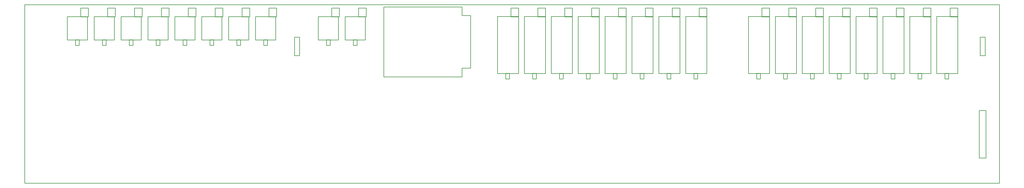
<source format=gko>
G04 Layer: BoardOutlineLayer*
G04 EasyEDA v6.5.34, 2023-08-10 19:24:47*
G04 a810411b0ee44f5284a9ba5631e6e320,5a6b42c53f6a479593ecc07194224c93,10*
G04 Gerber Generator version 0.2*
G04 Scale: 100 percent, Rotated: No, Reflected: No *
G04 Dimensions in millimeters *
G04 leading zeros omitted , absolute positions ,4 integer and 5 decimal *
%FSLAX45Y45*%
%MOMM*%

%ADD10C,0.2540*%
D10*
X2032000Y8102600D02*
G01*
X46228000Y8102600D01*
X46228000Y0D01*
X2032000Y0D01*
X2032000Y8102600D01*
X45313600Y3302000D02*
G01*
X45313600Y1143000D01*
X45313600Y1143000D02*
G01*
X45618400Y1143000D01*
X45618400Y1143000D02*
G01*
X45618400Y3302000D01*
X45618400Y3302000D02*
G01*
X45313600Y3302000D01*
X4572000Y7953375D02*
G01*
X4572000Y7559675D01*
X4572000Y7559675D02*
G01*
X4914900Y7559675D01*
X4914900Y7559675D02*
G01*
X4914900Y7953375D01*
X4914900Y7953375D02*
G01*
X4572000Y7953375D01*
X4330700Y6518275D02*
G01*
X4330700Y6264275D01*
X4330700Y6264275D02*
G01*
X4502150Y6264275D01*
X4502150Y6264275D02*
G01*
X4502150Y6518275D01*
X4502150Y6518275D02*
G01*
X4330700Y6518275D01*
X3962400Y7566025D02*
G01*
X3962400Y6505575D01*
X3962400Y6505575D02*
G01*
X4876800Y6505575D01*
X4876800Y6505575D02*
G01*
X4876800Y7566025D01*
X4876800Y7566025D02*
G01*
X3962400Y7566025D01*
X5181600Y7566025D02*
G01*
X5181600Y6505575D01*
X5181600Y6505575D02*
G01*
X6096000Y6505575D01*
X6096000Y6505575D02*
G01*
X6096000Y7566025D01*
X6096000Y7566025D02*
G01*
X5181600Y7566025D01*
X5549900Y6518275D02*
G01*
X5549900Y6264275D01*
X5549900Y6264275D02*
G01*
X5721350Y6264275D01*
X5721350Y6264275D02*
G01*
X5721350Y6518275D01*
X5721350Y6518275D02*
G01*
X5549900Y6518275D01*
X5791200Y7953375D02*
G01*
X5791200Y7559675D01*
X5791200Y7559675D02*
G01*
X6134100Y7559675D01*
X6134100Y7559675D02*
G01*
X6134100Y7953375D01*
X6134100Y7953375D02*
G01*
X5791200Y7953375D01*
X6400800Y7566025D02*
G01*
X6400800Y6505575D01*
X6400800Y6505575D02*
G01*
X7315200Y6505575D01*
X7315200Y6505575D02*
G01*
X7315200Y7566025D01*
X7315200Y7566025D02*
G01*
X6400800Y7566025D01*
X6769100Y6518275D02*
G01*
X6769100Y6264275D01*
X6769100Y6264275D02*
G01*
X6940550Y6264275D01*
X6940550Y6264275D02*
G01*
X6940550Y6518275D01*
X6940550Y6518275D02*
G01*
X6769100Y6518275D01*
X7010400Y7953375D02*
G01*
X7010400Y7559675D01*
X7010400Y7559675D02*
G01*
X7353300Y7559675D01*
X7353300Y7559675D02*
G01*
X7353300Y7953375D01*
X7353300Y7953375D02*
G01*
X7010400Y7953375D01*
X7620000Y7566025D02*
G01*
X7620000Y6505575D01*
X7620000Y6505575D02*
G01*
X8534400Y6505575D01*
X8534400Y6505575D02*
G01*
X8534400Y7566025D01*
X8534400Y7566025D02*
G01*
X7620000Y7566025D01*
X7988300Y6518275D02*
G01*
X7988300Y6264275D01*
X7988300Y6264275D02*
G01*
X8159750Y6264275D01*
X8159750Y6264275D02*
G01*
X8159750Y6518275D01*
X8159750Y6518275D02*
G01*
X7988300Y6518275D01*
X8229600Y7953375D02*
G01*
X8229600Y7559675D01*
X8229600Y7559675D02*
G01*
X8572500Y7559675D01*
X8572500Y7559675D02*
G01*
X8572500Y7953375D01*
X8572500Y7953375D02*
G01*
X8229600Y7953375D01*
X8839200Y7566025D02*
G01*
X8839200Y6505575D01*
X8839200Y6505575D02*
G01*
X9753600Y6505575D01*
X9753600Y6505575D02*
G01*
X9753600Y7566025D01*
X9753600Y7566025D02*
G01*
X8839200Y7566025D01*
X9207500Y6518275D02*
G01*
X9207500Y6264275D01*
X9207500Y6264275D02*
G01*
X9378950Y6264275D01*
X9378950Y6264275D02*
G01*
X9378950Y6518275D01*
X9378950Y6518275D02*
G01*
X9207500Y6518275D01*
X9448800Y7953375D02*
G01*
X9448800Y7559675D01*
X9448800Y7559675D02*
G01*
X9791700Y7559675D01*
X9791700Y7559675D02*
G01*
X9791700Y7953375D01*
X9791700Y7953375D02*
G01*
X9448800Y7953375D01*
X10058400Y7566025D02*
G01*
X10058400Y6505575D01*
X10058400Y6505575D02*
G01*
X10972800Y6505575D01*
X10972800Y6505575D02*
G01*
X10972800Y7566025D01*
X10972800Y7566025D02*
G01*
X10058400Y7566025D01*
X10426700Y6518275D02*
G01*
X10426700Y6264275D01*
X10426700Y6264275D02*
G01*
X10598150Y6264275D01*
X10598150Y6264275D02*
G01*
X10598150Y6518275D01*
X10598150Y6518275D02*
G01*
X10426700Y6518275D01*
X10668000Y7953375D02*
G01*
X10668000Y7559675D01*
X10668000Y7559675D02*
G01*
X11010900Y7559675D01*
X11010900Y7559675D02*
G01*
X11010900Y7953375D01*
X11010900Y7953375D02*
G01*
X10668000Y7953375D01*
X11277600Y7566025D02*
G01*
X11277600Y6505575D01*
X11277600Y6505575D02*
G01*
X12192000Y6505575D01*
X12192000Y6505575D02*
G01*
X12192000Y7566025D01*
X12192000Y7566025D02*
G01*
X11277600Y7566025D01*
X11645900Y6518275D02*
G01*
X11645900Y6264275D01*
X11645900Y6264275D02*
G01*
X11817350Y6264275D01*
X11817350Y6264275D02*
G01*
X11817350Y6518275D01*
X11817350Y6518275D02*
G01*
X11645900Y6518275D01*
X11887200Y7953375D02*
G01*
X11887200Y7559675D01*
X11887200Y7559675D02*
G01*
X12230100Y7559675D01*
X12230100Y7559675D02*
G01*
X12230100Y7953375D01*
X12230100Y7953375D02*
G01*
X11887200Y7953375D01*
X12496800Y7566025D02*
G01*
X12496800Y6505575D01*
X12496800Y6505575D02*
G01*
X13411200Y6505575D01*
X13411200Y6505575D02*
G01*
X13411200Y7566025D01*
X13411200Y7566025D02*
G01*
X12496800Y7566025D01*
X12865100Y6518275D02*
G01*
X12865100Y6264275D01*
X12865100Y6264275D02*
G01*
X13036550Y6264275D01*
X13036550Y6264275D02*
G01*
X13036550Y6518275D01*
X13036550Y6518275D02*
G01*
X12865100Y6518275D01*
X13106400Y7953375D02*
G01*
X13106400Y7559675D01*
X13106400Y7559675D02*
G01*
X13449300Y7559675D01*
X13449300Y7559675D02*
G01*
X13449300Y7953375D01*
X13449300Y7953375D02*
G01*
X13106400Y7953375D01*
X15341600Y7566025D02*
G01*
X15341600Y6505575D01*
X15341600Y6505575D02*
G01*
X16256000Y6505575D01*
X16256000Y6505575D02*
G01*
X16256000Y7566025D01*
X16256000Y7566025D02*
G01*
X15341600Y7566025D01*
X15709900Y6518275D02*
G01*
X15709900Y6264275D01*
X15709900Y6264275D02*
G01*
X15881350Y6264275D01*
X15881350Y6264275D02*
G01*
X15881350Y6518275D01*
X15881350Y6518275D02*
G01*
X15709900Y6518275D01*
X15951200Y7953375D02*
G01*
X15951200Y7559675D01*
X15951200Y7559675D02*
G01*
X16294100Y7559675D01*
X16294100Y7559675D02*
G01*
X16294100Y7953375D01*
X16294100Y7953375D02*
G01*
X15951200Y7953375D01*
X16560800Y7566025D02*
G01*
X16560800Y6505575D01*
X16560800Y6505575D02*
G01*
X17475200Y6505575D01*
X17475200Y6505575D02*
G01*
X17475200Y7566025D01*
X17475200Y7566025D02*
G01*
X16560800Y7566025D01*
X16929100Y6518275D02*
G01*
X16929100Y6264275D01*
X16929100Y6264275D02*
G01*
X17100550Y6264275D01*
X17100550Y6264275D02*
G01*
X17100550Y6518275D01*
X17100550Y6518275D02*
G01*
X16929100Y6518275D01*
X17170400Y7953375D02*
G01*
X17170400Y7559675D01*
X17170400Y7559675D02*
G01*
X17513300Y7559675D01*
X17513300Y7559675D02*
G01*
X17513300Y7953375D01*
X17513300Y7953375D02*
G01*
X17170400Y7953375D01*
X23469600Y7569200D02*
G01*
X23469600Y4978400D01*
X23469600Y4978400D02*
G01*
X24422100Y4978400D01*
X24422100Y4978400D02*
G01*
X24422100Y7569200D01*
X24422100Y7569200D02*
G01*
X23469600Y7569200D01*
X23837900Y4994275D02*
G01*
X23837900Y4740275D01*
X23837900Y4740275D02*
G01*
X24009350Y4740275D01*
X24009350Y4740275D02*
G01*
X24009350Y4994275D01*
X24009350Y4994275D02*
G01*
X23837900Y4994275D01*
X24079200Y7953375D02*
G01*
X24079200Y7559675D01*
X24079200Y7559675D02*
G01*
X24422100Y7559675D01*
X24422100Y7559675D02*
G01*
X24422100Y7953375D01*
X24422100Y7953375D02*
G01*
X24079200Y7953375D01*
X25298400Y7953375D02*
G01*
X25298400Y7559675D01*
X25298400Y7559675D02*
G01*
X25641300Y7559675D01*
X25641300Y7559675D02*
G01*
X25641300Y7953375D01*
X25641300Y7953375D02*
G01*
X25298400Y7953375D01*
X25057100Y4994275D02*
G01*
X25057100Y4740275D01*
X25057100Y4740275D02*
G01*
X25228550Y4740275D01*
X25228550Y4740275D02*
G01*
X25228550Y4994275D01*
X25228550Y4994275D02*
G01*
X25057100Y4994275D01*
X24688800Y7569200D02*
G01*
X24688800Y4978400D01*
X24688800Y4978400D02*
G01*
X25641300Y4978400D01*
X25641300Y4978400D02*
G01*
X25641300Y7569200D01*
X25641300Y7569200D02*
G01*
X24688800Y7569200D01*
X26517600Y7953375D02*
G01*
X26517600Y7559675D01*
X26517600Y7559675D02*
G01*
X26860500Y7559675D01*
X26860500Y7559675D02*
G01*
X26860500Y7953375D01*
X26860500Y7953375D02*
G01*
X26517600Y7953375D01*
X26276300Y4994275D02*
G01*
X26276300Y4740275D01*
X26276300Y4740275D02*
G01*
X26447750Y4740275D01*
X26447750Y4740275D02*
G01*
X26447750Y4994275D01*
X26447750Y4994275D02*
G01*
X26276300Y4994275D01*
X25908000Y7569200D02*
G01*
X25908000Y4978400D01*
X25908000Y4978400D02*
G01*
X26860500Y4978400D01*
X26860500Y4978400D02*
G01*
X26860500Y7569200D01*
X26860500Y7569200D02*
G01*
X25908000Y7569200D01*
X27736800Y7953375D02*
G01*
X27736800Y7559675D01*
X27736800Y7559675D02*
G01*
X28079700Y7559675D01*
X28079700Y7559675D02*
G01*
X28079700Y7953375D01*
X28079700Y7953375D02*
G01*
X27736800Y7953375D01*
X27495500Y4994275D02*
G01*
X27495500Y4740275D01*
X27495500Y4740275D02*
G01*
X27666950Y4740275D01*
X27666950Y4740275D02*
G01*
X27666950Y4994275D01*
X27666950Y4994275D02*
G01*
X27495500Y4994275D01*
X27127200Y7569200D02*
G01*
X27127200Y4978400D01*
X27127200Y4978400D02*
G01*
X28079700Y4978400D01*
X28079700Y4978400D02*
G01*
X28079700Y7569200D01*
X28079700Y7569200D02*
G01*
X27127200Y7569200D01*
X28956000Y7953375D02*
G01*
X28956000Y7559675D01*
X28956000Y7559675D02*
G01*
X29298900Y7559675D01*
X29298900Y7559675D02*
G01*
X29298900Y7953375D01*
X29298900Y7953375D02*
G01*
X28956000Y7953375D01*
X28714700Y4994275D02*
G01*
X28714700Y4740275D01*
X28714700Y4740275D02*
G01*
X28886150Y4740275D01*
X28886150Y4740275D02*
G01*
X28886150Y4994275D01*
X28886150Y4994275D02*
G01*
X28714700Y4994275D01*
X28346400Y7569200D02*
G01*
X28346400Y4978400D01*
X28346400Y4978400D02*
G01*
X29298900Y4978400D01*
X29298900Y4978400D02*
G01*
X29298900Y7569200D01*
X29298900Y7569200D02*
G01*
X28346400Y7569200D01*
X30175200Y7953375D02*
G01*
X30175200Y7559675D01*
X30175200Y7559675D02*
G01*
X30518100Y7559675D01*
X30518100Y7559675D02*
G01*
X30518100Y7953375D01*
X30518100Y7953375D02*
G01*
X30175200Y7953375D01*
X29933900Y4994275D02*
G01*
X29933900Y4740275D01*
X29933900Y4740275D02*
G01*
X30105350Y4740275D01*
X30105350Y4740275D02*
G01*
X30105350Y4994275D01*
X30105350Y4994275D02*
G01*
X29933900Y4994275D01*
X29565600Y7569200D02*
G01*
X29565600Y4978400D01*
X29565600Y4978400D02*
G01*
X30518100Y4978400D01*
X30518100Y4978400D02*
G01*
X30518100Y7569200D01*
X30518100Y7569200D02*
G01*
X29565600Y7569200D01*
X31394400Y7953375D02*
G01*
X31394400Y7559675D01*
X31394400Y7559675D02*
G01*
X31737300Y7559675D01*
X31737300Y7559675D02*
G01*
X31737300Y7953375D01*
X31737300Y7953375D02*
G01*
X31394400Y7953375D01*
X31153100Y4994275D02*
G01*
X31153100Y4740275D01*
X31153100Y4740275D02*
G01*
X31324550Y4740275D01*
X31324550Y4740275D02*
G01*
X31324550Y4994275D01*
X31324550Y4994275D02*
G01*
X31153100Y4994275D01*
X30784800Y7569200D02*
G01*
X30784800Y4978400D01*
X30784800Y4978400D02*
G01*
X31737300Y4978400D01*
X31737300Y4978400D02*
G01*
X31737300Y7569200D01*
X31737300Y7569200D02*
G01*
X30784800Y7569200D01*
X32613600Y7953375D02*
G01*
X32613600Y7559675D01*
X32613600Y7559675D02*
G01*
X32956500Y7559675D01*
X32956500Y7559675D02*
G01*
X32956500Y7953375D01*
X32956500Y7953375D02*
G01*
X32613600Y7953375D01*
X32372300Y4994275D02*
G01*
X32372300Y4740275D01*
X32372300Y4740275D02*
G01*
X32543750Y4740275D01*
X32543750Y4740275D02*
G01*
X32543750Y4994275D01*
X32543750Y4994275D02*
G01*
X32372300Y4994275D01*
X32004000Y7569200D02*
G01*
X32004000Y4978400D01*
X32004000Y4978400D02*
G01*
X32956500Y4978400D01*
X32956500Y4978400D02*
G01*
X32956500Y7569200D01*
X32956500Y7569200D02*
G01*
X32004000Y7569200D01*
X35458400Y7953375D02*
G01*
X35458400Y7559675D01*
X35458400Y7559675D02*
G01*
X35801300Y7559675D01*
X35801300Y7559675D02*
G01*
X35801300Y7953375D01*
X35801300Y7953375D02*
G01*
X35458400Y7953375D01*
X35217100Y4994275D02*
G01*
X35217100Y4740275D01*
X35217100Y4740275D02*
G01*
X35388550Y4740275D01*
X35388550Y4740275D02*
G01*
X35388550Y4994275D01*
X35388550Y4994275D02*
G01*
X35217100Y4994275D01*
X34848800Y7569200D02*
G01*
X34848800Y4978400D01*
X34848800Y4978400D02*
G01*
X35801300Y4978400D01*
X35801300Y4978400D02*
G01*
X35801300Y7569200D01*
X35801300Y7569200D02*
G01*
X34848800Y7569200D01*
X36677600Y7953375D02*
G01*
X36677600Y7559675D01*
X36677600Y7559675D02*
G01*
X37020500Y7559675D01*
X37020500Y7559675D02*
G01*
X37020500Y7953375D01*
X37020500Y7953375D02*
G01*
X36677600Y7953375D01*
X36436300Y4994275D02*
G01*
X36436300Y4740275D01*
X36436300Y4740275D02*
G01*
X36607750Y4740275D01*
X36607750Y4740275D02*
G01*
X36607750Y4994275D01*
X36607750Y4994275D02*
G01*
X36436300Y4994275D01*
X36068000Y7569200D02*
G01*
X36068000Y4978400D01*
X36068000Y4978400D02*
G01*
X37020500Y4978400D01*
X37020500Y4978400D02*
G01*
X37020500Y7569200D01*
X37020500Y7569200D02*
G01*
X36068000Y7569200D01*
X37896800Y7953375D02*
G01*
X37896800Y7559675D01*
X37896800Y7559675D02*
G01*
X38239700Y7559675D01*
X38239700Y7559675D02*
G01*
X38239700Y7953375D01*
X38239700Y7953375D02*
G01*
X37896800Y7953375D01*
X37655500Y4994275D02*
G01*
X37655500Y4740275D01*
X37655500Y4740275D02*
G01*
X37826950Y4740275D01*
X37826950Y4740275D02*
G01*
X37826950Y4994275D01*
X37826950Y4994275D02*
G01*
X37655500Y4994275D01*
X37287200Y7569200D02*
G01*
X37287200Y4978400D01*
X37287200Y4978400D02*
G01*
X38239700Y4978400D01*
X38239700Y4978400D02*
G01*
X38239700Y7569200D01*
X38239700Y7569200D02*
G01*
X37287200Y7569200D01*
X39116000Y7953375D02*
G01*
X39116000Y7559675D01*
X39116000Y7559675D02*
G01*
X39458900Y7559675D01*
X39458900Y7559675D02*
G01*
X39458900Y7953375D01*
X39458900Y7953375D02*
G01*
X39116000Y7953375D01*
X38874700Y4994275D02*
G01*
X38874700Y4740275D01*
X38874700Y4740275D02*
G01*
X39046150Y4740275D01*
X39046150Y4740275D02*
G01*
X39046150Y4994275D01*
X39046150Y4994275D02*
G01*
X38874700Y4994275D01*
X38506400Y7569200D02*
G01*
X38506400Y4978400D01*
X38506400Y4978400D02*
G01*
X39458900Y4978400D01*
X39458900Y4978400D02*
G01*
X39458900Y7569200D01*
X39458900Y7569200D02*
G01*
X38506400Y7569200D01*
X40335200Y7953375D02*
G01*
X40335200Y7559675D01*
X40335200Y7559675D02*
G01*
X40678100Y7559675D01*
X40678100Y7559675D02*
G01*
X40678100Y7953375D01*
X40678100Y7953375D02*
G01*
X40335200Y7953375D01*
X40093900Y4994275D02*
G01*
X40093900Y4740275D01*
X40093900Y4740275D02*
G01*
X40265350Y4740275D01*
X40265350Y4740275D02*
G01*
X40265350Y4994275D01*
X40265350Y4994275D02*
G01*
X40093900Y4994275D01*
X39725600Y7569200D02*
G01*
X39725600Y4978400D01*
X39725600Y4978400D02*
G01*
X40678100Y4978400D01*
X40678100Y4978400D02*
G01*
X40678100Y7569200D01*
X40678100Y7569200D02*
G01*
X39725600Y7569200D01*
X41554400Y7953375D02*
G01*
X41554400Y7559675D01*
X41554400Y7559675D02*
G01*
X41897300Y7559675D01*
X41897300Y7559675D02*
G01*
X41897300Y7953375D01*
X41897300Y7953375D02*
G01*
X41554400Y7953375D01*
X41313100Y4994275D02*
G01*
X41313100Y4740275D01*
X41313100Y4740275D02*
G01*
X41484550Y4740275D01*
X41484550Y4740275D02*
G01*
X41484550Y4994275D01*
X41484550Y4994275D02*
G01*
X41313100Y4994275D01*
X40944800Y7569200D02*
G01*
X40944800Y4978400D01*
X40944800Y4978400D02*
G01*
X41897300Y4978400D01*
X41897300Y4978400D02*
G01*
X41897300Y7569200D01*
X41897300Y7569200D02*
G01*
X40944800Y7569200D01*
X42773600Y7953375D02*
G01*
X42773600Y7559675D01*
X42773600Y7559675D02*
G01*
X43116500Y7559675D01*
X43116500Y7559675D02*
G01*
X43116500Y7953375D01*
X43116500Y7953375D02*
G01*
X42773600Y7953375D01*
X42532300Y4994275D02*
G01*
X42532300Y4740275D01*
X42532300Y4740275D02*
G01*
X42703750Y4740275D01*
X42703750Y4740275D02*
G01*
X42703750Y4994275D01*
X42703750Y4994275D02*
G01*
X42532300Y4994275D01*
X42164000Y7569200D02*
G01*
X42164000Y4978400D01*
X42164000Y4978400D02*
G01*
X43116500Y4978400D01*
X43116500Y4978400D02*
G01*
X43116500Y7569200D01*
X43116500Y7569200D02*
G01*
X42164000Y7569200D01*
X43992800Y7953375D02*
G01*
X43992800Y7559675D01*
X43992800Y7559675D02*
G01*
X44335700Y7559675D01*
X44335700Y7559675D02*
G01*
X44335700Y7953375D01*
X44335700Y7953375D02*
G01*
X43992800Y7953375D01*
X43751500Y4994275D02*
G01*
X43751500Y4740275D01*
X43751500Y4740275D02*
G01*
X43922950Y4740275D01*
X43922950Y4740275D02*
G01*
X43922950Y4994275D01*
X43922950Y4994275D02*
G01*
X43751500Y4994275D01*
X43383200Y7569200D02*
G01*
X43383200Y4978400D01*
X43383200Y4978400D02*
G01*
X44335700Y4978400D01*
X44335700Y4978400D02*
G01*
X44335700Y7569200D01*
X44335700Y7569200D02*
G01*
X43383200Y7569200D01*
X18313400Y4830902D02*
G01*
X21856700Y4830902D01*
X21856700Y4830902D02*
G01*
X21856700Y5224602D01*
X21856700Y5224602D02*
G01*
X22250400Y5224602D01*
X22250400Y5224602D02*
G01*
X22250400Y7612202D01*
X22250400Y7612202D02*
G01*
X21856700Y7612202D01*
X21856700Y7612202D02*
G01*
X21856700Y8005902D01*
X21856700Y8005902D02*
G01*
X18313400Y8005902D01*
X18313400Y8005902D02*
G01*
X18313400Y4830902D01*
X14262100Y6629400D02*
G01*
X14262100Y5791200D01*
X14262100Y5791200D02*
G01*
X14490700Y5791200D01*
X14490700Y5791200D02*
G01*
X14490700Y6629400D01*
X14490700Y6629400D02*
G01*
X14262100Y6629400D01*
X45351700Y6629400D02*
G01*
X45351700Y5791200D01*
X45351700Y5791200D02*
G01*
X45580300Y5791200D01*
X45580300Y5791200D02*
G01*
X45580300Y6629400D01*
X45580300Y6629400D02*
G01*
X45351700Y6629400D01*

%LPD*%
M02*

</source>
